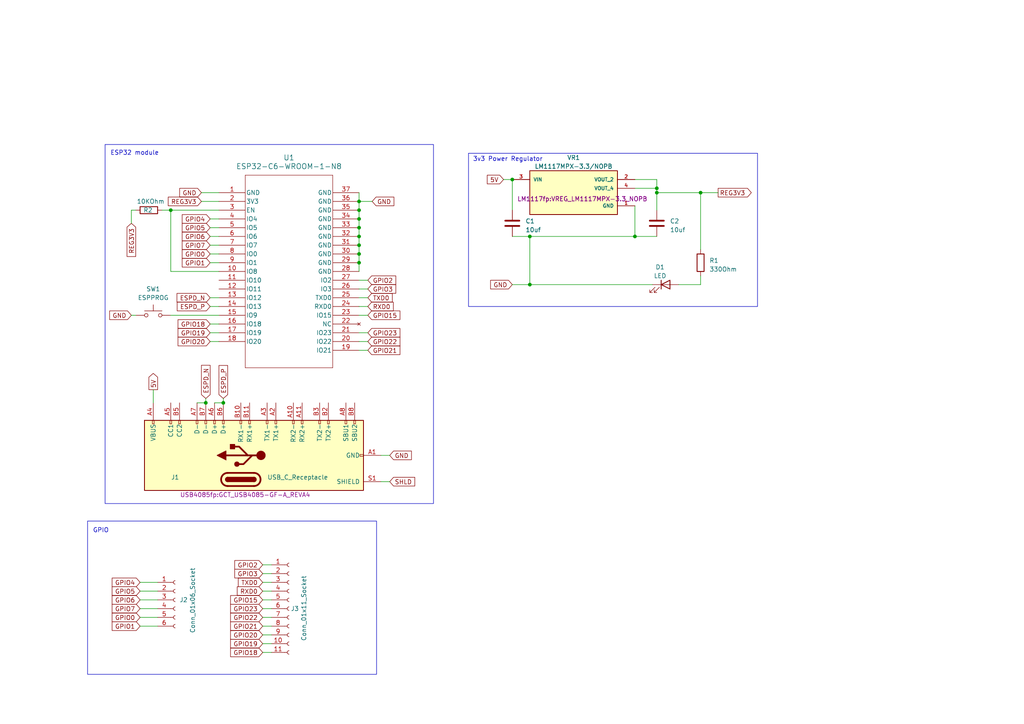
<source format=kicad_sch>
(kicad_sch (version 20231120) (generator "eeschema") (generator_version "8.0")
  (paper "A4")
  (lib_symbols
    (symbol "2024-03-17_01-27-18:ESP32-C6-WROOM-1-N8" (pin_names (offset 0.254))
      (property "Reference" "U" (at 20.32 10.16 0))
      (property "Value" "ESP32-C6-WROOM-1-N8" (at 20.32 7.62 0))
      (symbol "ESP32-C6-WROOM-1-N8_0_1"
        (polyline (pts (xy 7.62 -50.8) (xy 33.02 -50.8)) (stroke (width 0.127)))
        (polyline (pts (xy 7.62 5.08) (xy 7.62 -50.8)) (stroke (width 0.127)))
        (polyline (pts (xy 33.02 -50.8) (xy 33.02 5.08)) (stroke (width 0.127)))
        (polyline (pts (xy 33.02 5.08) (xy 7.62 5.08)) (stroke (width 0.127)))
        (pin power_out line (at 0 0 0) (length 7.62) (name "GND") (number "1"))
        (pin bidirectional line (at 0 -22.86 0) (length 7.62) (name "IO8") (number "10"))
        (pin bidirectional line (at 0 -25.4 0) (length 7.62) (name "IO10") (number "11"))
        (pin bidirectional line (at 0 -27.94 0) (length 7.62) (name "IO11") (number "12"))
        (pin bidirectional line (at 0 -30.48 0) (length 7.62) (name "IO12") (number "13"))
        (pin bidirectional line (at 0 -33.02 0) (length 7.62) (name "IO13") (number "14"))
        (pin bidirectional line (at 0 -35.56 0) (length 7.62) (name "IO9") (number "15"))
        (pin bidirectional line (at 0 -38.1 0) (length 7.62) (name "IO18") (number "16"))
        (pin bidirectional line (at 0 -40.64 0) (length 7.62) (name "IO19") (number "17"))
        (pin bidirectional line (at 0 -43.18 0) (length 7.62) (name "IO20") (number "18"))
        (pin bidirectional line (at 40.64 -45.72 180) (length 7.62) (name "IO21") (number "19"))
        (pin power_in line (at 0 -2.54 0) (length 7.62) (name "3V3") (number "2"))
        (pin bidirectional line (at 40.64 -43.18 180) (length 7.62) (name "IO22") (number "20"))
        (pin bidirectional line (at 40.64 -40.64 180) (length 7.62) (name "IO23") (number "21"))
        (pin no_connect line (at 40.64 -38.1 180) (length 7.62) (name "NC") (number "22"))
        (pin bidirectional line (at 40.64 -35.56 180) (length 7.62) (name "IO15") (number "23"))
        (pin bidirectional line (at 40.64 -33.02 180) (length 7.62) (name "RXD0") (number "24"))
        (pin bidirectional line (at 40.64 -30.48 180) (length 7.62) (name "TXD0") (number "25"))
        (pin bidirectional line (at 40.64 -27.94 180) (length 7.62) (name "IO3") (number "26"))
        (pin bidirectional line (at 40.64 -25.4 180) (length 7.62) (name "IO2") (number "27"))
        (pin power_out line (at 40.64 -22.86 180) (length 7.62) (name "GND") (number "28"))
        (pin power_out line (at 40.64 -20.32 180) (length 7.62) (name "GND") (number "29"))
        (pin input line (at 0 -5.08 0) (length 7.62) (name "EN") (number "3"))
        (pin power_out line (at 40.64 -17.78 180) (length 7.62) (name "GND") (number "30"))
        (pin power_out line (at 40.64 -15.24 180) (length 7.62) (name "GND") (number "31"))
        (pin power_out line (at 40.64 -12.7 180) (length 7.62) (name "GND") (number "32"))
        (pin power_out line (at 40.64 -10.16 180) (length 7.62) (name "GND") (number "33"))
        (pin power_out line (at 40.64 -7.62 180) (length 7.62) (name "GND") (number "34"))
        (pin power_out line (at 40.64 -5.08 180) (length 7.62) (name "GND") (number "35"))
        (pin power_out line (at 40.64 -2.54 180) (length 7.62) (name "GND") (number "36"))
        (pin power_out line (at 40.64 0 180) (length 7.62) (name "GND") (number "37"))
        (pin bidirectional line (at 0 -7.62 0) (length 7.62) (name "IO4") (number "4"))
        (pin bidirectional line (at 0 -10.16 0) (length 7.62) (name "IO5") (number "5"))
        (pin bidirectional line (at 0 -12.7 0) (length 7.62) (name "IO6") (number "6"))
        (pin bidirectional line (at 0 -15.24 0) (length 7.62) (name "IO7") (number "7"))
        (pin bidirectional line (at 0 -17.78 0) (length 7.62) (name "IO0") (number "8"))
        (pin bidirectional line (at 0 -20.32 0) (length 7.62) (name "IO1") (number "9"))
      )
    )
    (symbol "Connector:Conn_01x06_Socket" (pin_names (offset 1.016) hide)
      (property "Reference" "J" (at 0 7.62 0))
      (property "Value" "Conn_01x06_Socket" (at 0 -10.16 0))
      (symbol "Conn_01x06_Socket_1_1"
        (arc (start 0 -7.112) (mid -0.5058 -7.62) (end 0 -8.128) (stroke (width 0.1524)))
        (arc (start 0 -4.572) (mid -0.5058 -5.08) (end 0 -5.588) (stroke (width 0.1524)))
        (arc (start 0 -2.032) (mid -0.5058 -2.54) (end 0 -3.048) (stroke (width 0.1524)))
        (polyline (pts (xy -1.27 -7.62) (xy -0.508 -7.62)) (stroke (width 0.1524)))
        (polyline (pts (xy -1.27 -5.08) (xy -0.508 -5.08)) (stroke (width 0.1524)))
        (polyline (pts (xy -1.27 -2.54) (xy -0.508 -2.54)) (stroke (width 0.1524)))
        (polyline (pts (xy -1.27 0) (xy -0.508 0)) (stroke (width 0.1524)))
        (polyline (pts (xy -1.27 2.54) (xy -0.508 2.54)) (stroke (width 0.1524)))
        (polyline (pts (xy -1.27 5.08) (xy -0.508 5.08)) (stroke (width 0.1524)))
        (arc (start 0 0.508) (mid -0.5058 0) (end 0 -0.508) (stroke (width 0.1524)))
        (arc (start 0 3.048) (mid -0.5058 2.54) (end 0 2.032) (stroke (width 0.1524)))
        (arc (start 0 5.588) (mid -0.5058 5.08) (end 0 4.572) (stroke (width 0.1524)))
        (pin passive line (at -5.08 5.08 0) (length 3.81) (name "Pin_1") (number "1"))
        (pin passive line (at -5.08 2.54 0) (length 3.81) (name "Pin_2") (number "2"))
        (pin passive line (at -5.08 0 0) (length 3.81) (name "Pin_3") (number "3"))
        (pin passive line (at -5.08 -2.54 0) (length 3.81) (name "Pin_4") (number "4"))
        (pin passive line (at -5.08 -5.08 0) (length 3.81) (name "Pin_5") (number "5"))
        (pin passive line (at -5.08 -7.62 0) (length 3.81) (name "Pin_6") (number "6"))
      )
    )
    (symbol "Connector:Conn_01x11_Socket" (pin_names (offset 1.016) hide)
      (property "Reference" "J" (at 0 15.24 0))
      (property "Value" "Conn_01x11_Socket" (at 0 -15.24 0))
      (symbol "Conn_01x11_Socket_1_1"
        (arc (start 0 -12.192) (mid -0.5058 -12.7) (end 0 -13.208) (stroke (width 0.1524)))
        (arc (start 0 -9.652) (mid -0.5058 -10.16) (end 0 -10.668) (stroke (width 0.1524)))
        (arc (start 0 -7.112) (mid -0.5058 -7.62) (end 0 -8.128) (stroke (width 0.1524)))
        (arc (start 0 -4.572) (mid -0.5058 -5.08) (end 0 -5.588) (stroke (width 0.1524)))
        (arc (start 0 -2.032) (mid -0.5058 -2.54) (end 0 -3.048) (stroke (width 0.1524)))
        (polyline (pts (xy -1.27 -12.7) (xy -0.508 -12.7)) (stroke (width 0.1524)))
        (polyline (pts (xy -1.27 -10.16) (xy -0.508 -10.16)) (stroke (width 0.1524)))
        (polyline (pts (xy -1.27 -7.62) (xy -0.508 -7.62)) (stroke (width 0.1524)))
        (polyline (pts (xy -1.27 -5.08) (xy -0.508 -5.08)) (stroke (width 0.1524)))
        (polyline (pts (xy -1.27 -2.54) (xy -0.508 -2.54)) (stroke (width 0.1524)))
        (polyline (pts (xy -1.27 0) (xy -0.508 0)) (stroke (width 0.1524)))
        (polyline (pts (xy -1.27 2.54) (xy -0.508 2.54)) (stroke (width 0.1524)))
        (polyline (pts (xy -1.27 5.08) (xy -0.508 5.08)) (stroke (width 0.1524)))
        (polyline (pts (xy -1.27 7.62) (xy -0.508 7.62)) (stroke (width 0.1524)))
        (polyline (pts (xy -1.27 10.16) (xy -0.508 10.16)) (stroke (width 0.1524)))
        (polyline (pts (xy -1.27 12.7) (xy -0.508 12.7)) (stroke (width 0.1524)))
        (arc (start 0 0.508) (mid -0.5058 0) (end 0 -0.508) (stroke (width 0.1524)))
        (arc (start 0 3.048) (mid -0.5058 2.54) (end 0 2.032) (stroke (width 0.1524)))
        (arc (start 0 5.588) (mid -0.5058 5.08) (end 0 4.572) (stroke (width 0.1524)))
        (arc (start 0 8.128) (mid -0.5058 7.62) (end 0 7.112) (stroke (width 0.1524)))
        (arc (start 0 10.668) (mid -0.5058 10.16) (end 0 9.652) (stroke (width 0.1524)))
        (arc (start 0 13.208) (mid -0.5058 12.7) (end 0 12.192) (stroke (width 0.1524)))
        (pin passive line (at -5.08 12.7 0) (length 3.81) (name "Pin_1") (number "1"))
        (pin passive line (at -5.08 -10.16 0) (length 3.81) (name "Pin_10") (number "10"))
        (pin passive line (at -5.08 -12.7 0) (length 3.81) (name "Pin_11") (number "11"))
        (pin passive line (at -5.08 10.16 0) (length 3.81) (name "Pin_2") (number "2"))
        (pin passive line (at -5.08 7.62 0) (length 3.81) (name "Pin_3") (number "3"))
        (pin passive line (at -5.08 5.08 0) (length 3.81) (name "Pin_4") (number "4"))
        (pin passive line (at -5.08 2.54 0) (length 3.81) (name "Pin_5") (number "5"))
        (pin passive line (at -5.08 0 0) (length 3.81) (name "Pin_6") (number "6"))
        (pin passive line (at -5.08 -2.54 0) (length 3.81) (name "Pin_7") (number "7"))
        (pin passive line (at -5.08 -5.08 0) (length 3.81) (name "Pin_8") (number "8"))
        (pin passive line (at -5.08 -7.62 0) (length 3.81) (name "Pin_9") (number "9"))
      )
    )
    (symbol "Connector:USB_C_Receptacle" (pin_names (offset 1.016))
      (property "Reference" "J" (at -10.16 29.21 0))
      (property "Value" "USB_C_Receptacle" (at 10.16 29.21 0))
      (symbol "USB_C_Receptacle_0_0"
        (rectangle (start -0.254 -35.56) (end 0.254 -34.544))
        (rectangle (start 10.16 -32.766) (end 9.144 -33.274))
        (rectangle (start 10.16 -30.226) (end 9.144 -30.734))
        (rectangle (start 10.16 -25.146) (end 9.144 -25.654))
        (rectangle (start 10.16 -22.606) (end 9.144 -23.114))
        (rectangle (start 10.16 -17.526) (end 9.144 -18.034))
        (rectangle (start 10.16 -14.986) (end 9.144 -15.494))
        (rectangle (start 10.16 -9.906) (end 9.144 -10.414))
        (rectangle (start 10.16 -7.366) (end 9.144 -7.874))
        (rectangle (start 10.16 -2.286) (end 9.144 -2.794))
        (rectangle (start 10.16 0.254) (end 9.144 -0.254))
        (rectangle (start 10.16 5.334) (end 9.144 4.826))
        (rectangle (start 10.16 7.874) (end 9.144 7.366))
        (rectangle (start 10.16 10.414) (end 9.144 9.906))
        (rectangle (start 10.16 12.954) (end 9.144 12.446))
        (rectangle (start 10.16 18.034) (end 9.144 17.526))
        (rectangle (start 10.16 20.574) (end 9.144 20.066))
        (rectangle (start 10.16 25.654) (end 9.144 25.146))
      )
      (symbol "USB_C_Receptacle_0_1"
        (rectangle (start -10.16 27.94) (end 10.16 -35.56) (stroke (width 0.254)) (fill (type background)))
        (arc (start -8.89 -3.81) (mid -6.985 -5.7067) (end -5.08 -3.81) (stroke (width 0.508)))
        (arc (start -7.62 -3.81) (mid -6.985 -4.4423) (end -6.35 -3.81) (stroke (width 0.254)))
        (arc (start -7.62 -3.81) (mid -6.985 -4.4423) (end -6.35 -3.81) (stroke (width 0.254)) (fill (type outline)))
        (rectangle (start -7.62 -3.81) (end -6.35 3.81) (stroke (width 0.254)) (fill (type outline)))
        (arc (start -6.35 3.81) (mid -6.985 4.4423) (end -7.62 3.81) (stroke (width 0.254)))
        (arc (start -6.35 3.81) (mid -6.985 4.4423) (end -7.62 3.81) (stroke (width 0.254)) (fill (type outline)))
        (arc (start -5.08 3.81) (mid -6.985 5.7067) (end -8.89 3.81) (stroke (width 0.508)))
        (polyline (pts (xy -8.89 -3.81) (xy -8.89 3.81)) (stroke (width 0.508)))
        (polyline (pts (xy -5.08 3.81) (xy -5.08 -3.81)) (stroke (width 0.508)))
      )
      (symbol "USB_C_Receptacle_1_1"
        (circle (center -2.54 1.143) (radius 0.635) (stroke (width 0.254)) (fill (type outline)))
        (circle (center 0 -5.842) (radius 1.27) (fill (type outline)))
        (polyline (pts (xy 0 -5.842) (xy 0 4.318)) (stroke (width 0.508)))
        (polyline (pts (xy 0 -3.302) (xy -2.54 -0.762) (xy -2.54 0.508)) (stroke (width 0.508)))
        (polyline (pts (xy 0 -2.032) (xy 2.54 0.508) (xy 2.54 1.778)) (stroke (width 0.508)))
        (polyline (pts (xy -1.27 4.318) (xy 0 6.858) (xy 1.27 4.318) (xy -1.27 4.318)) (stroke (width 0.254)) (fill (type outline)))
        (rectangle (start 1.905 1.778) (end 3.175 3.048) (stroke (width 0.254)) (fill (type outline)))
        (pin passive line (at 0 -40.64 90) (length 5.08) (name "GND") (number "A1"))
        (pin bidirectional line (at 15.24 -15.24 180) (length 5.08) (name "RX2-") (number "A10"))
        (pin bidirectional line (at 15.24 -17.78 180) (length 5.08) (name "RX2+") (number "A11"))
        (pin passive line (at 0 -40.64 90) (length 5.08) hide (name "GND") (number "A12"))
        (pin bidirectional line (at 15.24 -10.16 180) (length 5.08) (name "TX1+") (number "A2"))
        (pin bidirectional line (at 15.24 -7.62 180) (length 5.08) (name "TX1-") (number "A3"))
        (pin passive line (at 15.24 25.4 180) (length 5.08) (name "VBUS") (number "A4"))
        (pin bidirectional line (at 15.24 20.32 180) (length 5.08) (name "CC1") (number "A5"))
        (pin bidirectional line (at 15.24 7.62 180) (length 5.08) (name "D+") (number "A6"))
        (pin bidirectional line (at 15.24 12.7 180) (length 5.08) (name "D-") (number "A7"))
        (pin bidirectional line (at 15.24 -30.48 180) (length 5.08) (name "SBU1") (number "A8"))
        (pin passive line (at 15.24 25.4 180) (length 5.08) hide (name "VBUS") (number "A9"))
        (pin passive line (at 0 -40.64 90) (length 5.08) hide (name "GND") (number "B1"))
        (pin bidirectional line (at 15.24 0 180) (length 5.08) (name "RX1-") (number "B10"))
        (pin bidirectional line (at 15.24 -2.54 180) (length 5.08) (name "RX1+") (number "B11"))
        (pin passive line (at 0 -40.64 90) (length 5.08) hide (name "GND") (number "B12"))
        (pin bidirectional line (at 15.24 -25.4 180) (length 5.08) (name "TX2+") (number "B2"))
        (pin bidirectional line (at 15.24 -22.86 180) (length 5.08) (name "TX2-") (number "B3"))
        (pin passive line (at 15.24 25.4 180) (length 5.08) hide (name "VBUS") (number "B4"))
        (pin bidirectional line (at 15.24 17.78 180) (length 5.08) (name "CC2") (number "B5"))
        (pin bidirectional line (at 15.24 5.08 180) (length 5.08) (name "D+") (number "B6"))
        (pin bidirectional line (at 15.24 10.16 180) (length 5.08) (name "D-") (number "B7"))
        (pin bidirectional line (at 15.24 -33.02 180) (length 5.08) (name "SBU2") (number "B8"))
        (pin passive line (at 15.24 25.4 180) (length 5.08) hide (name "VBUS") (number "B9"))
        (pin passive line (at -7.62 -40.64 90) (length 5.08) (name "SHIELD") (number "S1"))
      )
    )
    (symbol "Device:C" (pin_numbers hide) (pin_names (offset 0.254))
      (property "Reference" "C" (at 0.635 2.54 0))
      (property "Value" "C" (at 0.635 -2.54 0))
      (symbol "C_0_1"
        (polyline (pts (xy -2.032 -0.762) (xy 2.032 -0.762)) (stroke (width 0.508)))
        (polyline (pts (xy -2.032 0.762) (xy 2.032 0.762)) (stroke (width 0.508)))
      )
      (symbol "C_1_1"
        (pin passive line (at 0 3.81 270) (length 2.794) (name "~") (number "1"))
        (pin passive line (at 0 -3.81 90) (length 2.794) (name "~") (number "2"))
      )
    )
    (symbol "Device:LED" (pin_numbers hide) (pin_names (offset 1.016) hide)
      (property "Reference" "D" (at 0 2.54 0))
      (property "Value" "LED" (at 0 -2.54 0))
      (symbol "LED_0_1"
        (polyline (pts (xy -1.27 -1.27) (xy -1.27 1.27)) (stroke (width 0.254)))
        (polyline (pts (xy -1.27 0) (xy 1.27 0)))
        (polyline (pts (xy 1.27 -1.27) (xy 1.27 1.27) (xy -1.27 0) (xy 1.27 -1.27)) (stroke (width 0.254)))
        (polyline (pts (xy -3.048 -0.762) (xy -4.572 -2.286) (xy -3.81 -2.286) (xy -4.572 -2.286) (xy -4.572 -1.524)))
        (polyline (pts (xy -1.778 -0.762) (xy -3.302 -2.286) (xy -2.54 -2.286) (xy -3.302 -2.286) (xy -3.302 -1.524)))
      )
      (symbol "LED_1_1"
        (pin passive line (at -3.81 0 0) (length 2.54) (name "K") (number "1"))
        (pin passive line (at 3.81 0 180) (length 2.54) (name "A") (number "2"))
      )
    )
    (symbol "Device:R" (pin_numbers hide) (pin_names (offset 0))
      (property "Reference" "R" (at 2.032 0 90))
      (property "Value" "R" (at 0 0 90))
      (symbol "R_0_1"
        (rectangle (start -1.016 -2.54) (end 1.016 2.54) (stroke (width 0.254)))
      )
      (symbol "R_1_1"
        (pin passive line (at 0 3.81 270) (length 1.27) (name "~") (number "1"))
        (pin passive line (at 0 -3.81 90) (length 1.27) (name "~") (number "2"))
      )
    )
    (symbol "LM1117MPX-3.3_NOPB:LM1117MPX-3.3/NOPB" (pin_names (offset 1.016))
      (property "Reference" "VR" (at -12.7 6.08 0))
      (property "Value" "LM1117MPX-3.3{slash}NOPB" (at -12.7 -9.08 0))
      (symbol "LM1117MPX-3.3/NOPB_0_0"
        (rectangle (start -12.7 -7.62) (end 12.7 5.08) (stroke (width 0.254)) (fill (type background)))
        (pin power_in line (at 17.78 -5.08 180) (length 5.08) (name "GND") (number "1"))
        (pin output line (at 17.78 2.54 180) (length 5.08) (name "VOUT_2") (number "2"))
        (pin input line (at -17.78 2.54 0) (length 5.08) (name "VIN") (number "3"))
        (pin output line (at 17.78 0 180) (length 5.08) (name "VOUT_4") (number "4"))
      )
    )
    (symbol "Switch:SW_Push" (pin_numbers hide) (pin_names (offset 1.016) hide)
      (property "Reference" "SW" (at 1.27 2.54 0))
      (property "Value" "SW_Push" (at 0 -1.524 0))
      (symbol "SW_Push_0_1"
        (circle (center -2.032 0) (radius 0.508))
        (polyline (pts (xy 0 1.27) (xy 0 3.048)))
        (polyline (pts (xy 2.54 1.27) (xy -2.54 1.27)))
        (circle (center 2.032 0) (radius 0.508))
        (pin passive line (at -5.08 0 0) (length 2.54) (name "1") (number "1"))
        (pin passive line (at 5.08 0 180) (length 2.54) (name "2") (number "2"))
      )
    )
  )
  (junction (at 59.69 116.84))
  (junction (at 153.67 82.55))
  (junction (at 104.14 68.58))
  (junction (at 104.14 76.2))
  (junction (at 184.15 68.58))
  (junction (at 104.14 71.12))
  (junction (at 49.53 60.96))
  (junction (at 64.77 116.84))
  (junction (at 104.14 66.04))
  (junction (at 148.59 52.07))
  (junction (at 104.14 60.96))
  (junction (at 104.14 58.42))
  (junction (at 203.2 55.88))
  (junction (at 104.14 73.66))
  (junction (at 153.67 68.58))
  (junction (at 190.5 55.88))
  (junction (at 104.14 63.5))
  (junction (at 190.5 54.61))
  (wire (pts (xy 104.14 86.36) (xy 106.68 86.36)))
  (wire (pts (xy 60.96 66.04) (xy 63.5 66.04)))
  (wire (pts (xy 76.2 166.37) (xy 78.74 166.37)))
  (wire (pts (xy 104.14 96.52) (xy 106.68 96.52)))
  (wire (pts (xy 148.59 82.55) (xy 153.67 82.55)))
  (wire (pts (xy 104.14 101.6) (xy 106.68 101.6)))
  (wire (pts (xy 64.77 115.57) (xy 64.77 116.84)))
  (wire (pts (xy 146.05 52.07) (xy 148.59 52.07)))
  (wire (pts (xy 104.14 71.12) (xy 104.14 73.66)))
  (wire (pts (xy 40.64 179.07) (xy 45.72 179.07)))
  (wire (pts (xy 60.96 68.58) (xy 63.5 68.58)))
  (wire (pts (xy 38.1 91.44) (xy 39.37 91.44)))
  (wire (pts (xy 104.14 55.88) (xy 104.14 58.42)))
  (wire (pts (xy 76.2 179.07) (xy 78.74 179.07)))
  (wire (pts (xy 148.59 68.58) (xy 153.67 68.58)))
  (wire (pts (xy 153.67 68.58) (xy 153.67 82.55)))
  (wire (pts (xy 60.96 88.9) (xy 63.5 88.9)))
  (wire (pts (xy 57.15 116.84) (xy 59.69 116.84)))
  (wire (pts (xy 60.96 86.36) (xy 63.5 86.36)))
  (wire (pts (xy 40.64 171.45) (xy 45.72 171.45)))
  (wire (pts (xy 76.2 184.15) (xy 78.74 184.15)))
  (wire (pts (xy 110.49 139.7) (xy 113.03 139.7)))
  (wire (pts (xy 38.1 60.96) (xy 38.1 64.77)))
  (wire (pts (xy 76.2 181.61) (xy 78.74 181.61)))
  (wire (pts (xy 63.5 78.74) (xy 49.53 78.74)))
  (wire (pts (xy 49.53 60.96) (xy 63.5 60.96)))
  (wire (pts (xy 46.99 60.96) (xy 49.53 60.96)))
  (wire (pts (xy 104.14 66.04) (xy 104.14 68.58)))
  (wire (pts (xy 58.42 58.42) (xy 63.5 58.42)))
  (wire (pts (xy 104.14 63.5) (xy 104.14 66.04)))
  (wire (pts (xy 59.69 115.57) (xy 59.69 116.84)))
  (wire (pts (xy 44.45 113.03) (xy 44.45 116.84)))
  (wire (pts (xy 49.53 91.44) (xy 63.5 91.44)))
  (wire (pts (xy 203.2 82.55) (xy 203.2 80.01)))
  (wire (pts (xy 38.1 60.96) (xy 39.37 60.96)))
  (wire (pts (xy 104.14 68.58) (xy 104.14 71.12)))
  (wire (pts (xy 60.96 76.2) (xy 63.5 76.2)))
  (wire (pts (xy 104.14 73.66) (xy 104.14 76.2)))
  (wire (pts (xy 104.14 81.28) (xy 106.68 81.28)))
  (wire (pts (xy 76.2 189.23) (xy 78.74 189.23)))
  (wire (pts (xy 203.2 55.88) (xy 203.2 72.39)))
  (wire (pts (xy 190.5 55.88) (xy 203.2 55.88)))
  (wire (pts (xy 40.64 181.61) (xy 45.72 181.61)))
  (wire (pts (xy 190.5 54.61) (xy 190.5 55.88)))
  (wire (pts (xy 104.14 91.44) (xy 106.68 91.44)))
  (wire (pts (xy 76.2 163.83) (xy 78.74 163.83)))
  (wire (pts (xy 110.49 132.08) (xy 113.03 132.08)))
  (wire (pts (xy 60.96 93.98) (xy 63.5 93.98)))
  (wire (pts (xy 60.96 73.66) (xy 63.5 73.66)))
  (wire (pts (xy 104.14 76.2) (xy 104.14 78.74)))
  (wire (pts (xy 184.15 59.69) (xy 184.15 68.58)))
  (wire (pts (xy 148.59 52.07) (xy 148.59 60.96)))
  (wire (pts (xy 76.2 186.69) (xy 78.74 186.69)))
  (wire (pts (xy 58.42 55.88) (xy 63.5 55.88)))
  (wire (pts (xy 184.15 52.07) (xy 190.5 52.07)))
  (wire (pts (xy 76.2 168.91) (xy 78.74 168.91)))
  (wire (pts (xy 40.64 173.99) (xy 45.72 173.99)))
  (wire (pts (xy 104.14 88.9) (xy 106.68 88.9)))
  (wire (pts (xy 104.14 99.06) (xy 106.68 99.06)))
  (wire (pts (xy 60.96 96.52) (xy 63.5 96.52)))
  (wire (pts (xy 184.15 68.58) (xy 190.5 68.58)))
  (wire (pts (xy 184.15 54.61) (xy 190.5 54.61)))
  (wire (pts (xy 76.2 176.53) (xy 78.74 176.53)))
  (wire (pts (xy 153.67 82.55) (xy 189.23 82.55)))
  (wire (pts (xy 60.96 63.5) (xy 63.5 63.5)))
  (wire (pts (xy 203.2 55.88) (xy 208.28 55.88)))
  (wire (pts (xy 40.64 168.91) (xy 45.72 168.91)))
  (wire (pts (xy 104.14 58.42) (xy 107.95 58.42)))
  (wire (pts (xy 49.53 60.96) (xy 49.53 78.74)))
  (wire (pts (xy 40.64 176.53) (xy 45.72 176.53)))
  (wire (pts (xy 190.5 52.07) (xy 190.5 54.61)))
  (wire (pts (xy 60.96 99.06) (xy 63.5 99.06)))
  (wire (pts (xy 76.2 171.45) (xy 78.74 171.45)))
  (wire (pts (xy 190.5 55.88) (xy 190.5 60.96)))
  (wire (pts (xy 196.85 82.55) (xy 203.2 82.55)))
  (wire (pts (xy 104.14 60.96) (xy 104.14 63.5)))
  (wire (pts (xy 62.23 116.84) (xy 64.77 116.84)))
  (wire (pts (xy 76.2 173.99) (xy 78.74 173.99)))
  (wire (pts (xy 153.67 68.58) (xy 184.15 68.58)))
  (wire (pts (xy 104.14 58.42) (xy 104.14 60.96)))
  (wire (pts (xy 60.96 71.12) (xy 63.5 71.12)))
  (wire (pts (xy 104.14 83.82) (xy 106.68 83.82)))
  (rectangle (start 135.89 44.45) (end 219.71 88.9))
  (rectangle (start 25.4 151.13) (end 109.22 195.58))
  (rectangle (start 30.48 41.91) (end 125.73 146.05))
  (text "3v3 Power Regulator" (at 137.16 46.99 0) (effects (font (size 1.27 1.27)) (justify left bottom)))
  (text "GPIO" (at 26.924 154.686 0) (effects (font (size 1.27 1.27)) (justify left bottom)))
  (text "ESP32 module" (at 32.004 45.212 0) (effects (font (size 1.27 1.27)) (justify left bottom)))
  (global_label "GPIO23" (shape input) (at 106.68 96.52 0) (property "Intersheetrefs" "${INTERSHEET_REFS}" (effects (hide yes))))
  (global_label "GPIO23" (shape input) (at 76.2 176.53 180) (property "Intersheetrefs" "${INTERSHEET_REFS}" (effects (hide yes))))
  (global_label "GPIO22" (shape input) (at 76.2 179.07 180) (property "Intersheetrefs" "${INTERSHEET_REFS}" (effects (hide yes))))
  (global_label "GPIO0" (shape input) (at 60.96 73.66 180) (property "Intersheetrefs" "${INTERSHEET_REFS}" (effects (hide yes))))
  (global_label "REG3V3" (shape input) (at 58.42 58.42 180) (property "Intersheetrefs" "${INTERSHEET_REFS}" (effects (hide yes))))
  (global_label "TXD0" (shape input) (at 106.68 86.36 0) (property "Intersheetrefs" "${INTERSHEET_REFS}" (effects (hide yes))))
  (global_label "GPIO4" (shape input) (at 40.64 168.91 180) (property "Intersheetrefs" "${INTERSHEET_REFS}" (effects (hide yes))))
  (global_label "GPIO18" (shape input) (at 76.2 189.23 180) (property "Intersheetrefs" "${INTERSHEET_REFS}" (effects (hide yes))))
  (global_label "GPIO21" (shape input) (at 106.68 101.6 0) (property "Intersheetrefs" "${INTERSHEET_REFS}" (effects (hide yes))))
  (global_label "GPIO5" (shape input) (at 60.96 66.04 180) (property "Intersheetrefs" "${INTERSHEET_REFS}" (effects (hide yes))))
  (global_label "REG3V3" (shape input) (at 38.1 64.77 270) (property "Intersheetrefs" "${INTERSHEET_REFS}" (effects (hide yes))))
  (global_label "GPIO22" (shape input) (at 106.68 99.06 0) (property "Intersheetrefs" "${INTERSHEET_REFS}" (effects (hide yes))))
  (global_label "GPIO15" (shape input) (at 76.2 173.99 180) (property "Intersheetrefs" "${INTERSHEET_REFS}" (effects (hide yes))))
  (global_label "REG3V3" (shape output) (at 208.28 55.88 0) (property "Intersheetrefs" "${INTERSHEET_REFS}" (effects (hide yes))))
  (global_label "GPIO19" (shape input) (at 76.2 186.69 180) (property "Intersheetrefs" "${INTERSHEET_REFS}" (effects (hide yes))))
  (global_label "GPIO19" (shape input) (at 60.96 96.52 180) (property "Intersheetrefs" "${INTERSHEET_REFS}" (effects (hide yes))))
  (global_label "GND" (shape input) (at 113.03 132.08 0) (property "Intersheetrefs" "${INTERSHEET_REFS}" (effects (hide yes))))
  (global_label "GPIO7" (shape input) (at 40.64 176.53 180) (property "Intersheetrefs" "${INTERSHEET_REFS}" (effects (hide yes))))
  (global_label "GPIO1" (shape input) (at 60.96 76.2 180) (property "Intersheetrefs" "${INTERSHEET_REFS}" (effects (hide yes))))
  (global_label "GPIO21" (shape input) (at 76.2 181.61 180) (property "Intersheetrefs" "${INTERSHEET_REFS}" (effects (hide yes))))
  (global_label "GPIO2" (shape input) (at 76.2 163.83 180) (property "Intersheetrefs" "${INTERSHEET_REFS}" (effects (hide yes))))
  (global_label "GPIO3" (shape input) (at 106.68 83.82 0) (property "Intersheetrefs" "${INTERSHEET_REFS}" (effects (hide yes))))
  (global_label "GPIO6" (shape input) (at 60.96 68.58 180) (property "Intersheetrefs" "${INTERSHEET_REFS}" (effects (hide yes))))
  (global_label "RXD0" (shape input) (at 76.2 171.45 180) (property "Intersheetrefs" "${INTERSHEET_REFS}" (effects (hide yes))))
  (global_label "ESPD_P" (shape input) (at 64.77 115.57 90) (property "Intersheetrefs" "${INTERSHEET_REFS}" (effects (hide yes))))
  (global_label "TXD0" (shape input) (at 76.2 168.91 180) (property "Intersheetrefs" "${INTERSHEET_REFS}" (effects (hide yes))))
  (global_label "RXD0" (shape input) (at 106.68 88.9 0) (property "Intersheetrefs" "${INTERSHEET_REFS}" (effects (hide yes))))
  (global_label "GND" (shape input) (at 38.1 91.44 180) (property "Intersheetrefs" "${INTERSHEET_REFS}" (effects (hide yes))))
  (global_label "GPIO2" (shape input) (at 106.68 81.28 0) (property "Intersheetrefs" "${INTERSHEET_REFS}" (effects (hide yes))))
  (global_label "GPIO20" (shape input) (at 76.2 184.15 180) (property "Intersheetrefs" "${INTERSHEET_REFS}" (effects (hide yes))))
  (global_label "GPIO18" (shape input) (at 60.96 93.98 180) (property "Intersheetrefs" "${INTERSHEET_REFS}" (effects (hide yes))))
  (global_label "GPIO4" (shape input) (at 60.96 63.5 180) (property "Intersheetrefs" "${INTERSHEET_REFS}" (effects (hide yes))))
  (global_label "5V" (shape output) (at 44.45 113.03 90) (property "Intersheetrefs" "${INTERSHEET_REFS}" (effects (hide yes))))
  (global_label "GPIO20" (shape input) (at 60.96 99.06 180) (property "Intersheetrefs" "${INTERSHEET_REFS}" (effects (hide yes))))
  (global_label "GPIO3" (shape input) (at 76.2 166.37 180) (property "Intersheetrefs" "${INTERSHEET_REFS}" (effects (hide yes))))
  (global_label "ESPD_N" (shape input) (at 59.69 115.57 90) (property "Intersheetrefs" "${INTERSHEET_REFS}" (effects (hide yes))))
  (global_label "ESPD_P" (shape input) (at 60.96 88.9 180) (property "Intersheetrefs" "${INTERSHEET_REFS}" (effects (hide yes))))
  (global_label "ESPD_N" (shape input) (at 60.96 86.36 180) (property "Intersheetrefs" "${INTERSHEET_REFS}" (effects (hide yes))))
  (global_label "GPIO15" (shape input) (at 106.68 91.44 0) (property "Intersheetrefs" "${INTERSHEET_REFS}" (effects (hide yes))))
  (global_label "5V" (shape input) (at 146.05 52.07 180) (property "Intersheetrefs" "${INTERSHEET_REFS}" (effects (hide yes))))
  (global_label "SHLD" (shape input) (at 113.03 139.7 0) (property "Intersheetrefs" "${INTERSHEET_REFS}" (effects (hide yes))))
  (global_label "GND" (shape input) (at 107.95 58.42 0) (property "Intersheetrefs" "${INTERSHEET_REFS}" (effects (hide yes))))
  (global_label "GND" (shape input) (at 58.42 55.88 180) (property "Intersheetrefs" "${INTERSHEET_REFS}" (effects (hide yes))))
  (global_label "GPIO5" (shape input) (at 40.64 171.45 180) (property "Intersheetrefs" "${INTERSHEET_REFS}" (effects (hide yes))))
  (global_label "GPIO1" (shape input) (at 40.64 181.61 180) (property "Intersheetrefs" "${INTERSHEET_REFS}" (effects (hide yes))))
  (global_label "GPIO6" (shape input) (at 40.64 173.99 180) (property "Intersheetrefs" "${INTERSHEET_REFS}" (effects (hide yes))))
  (global_label "GPIO7" (shape input) (at 60.96 71.12 180) (property "Intersheetrefs" "${INTERSHEET_REFS}" (effects (hide yes))))
  (global_label "GPIO0" (shape input) (at 40.64 179.07 180) (property "Intersheetrefs" "${INTERSHEET_REFS}" (effects (hide yes))))
  (global_label "GND" (shape input) (at 148.59 82.55 180) (property "Intersheetrefs" "${INTERSHEET_REFS}" (effects (hide yes))))
  (symbol (lib_id "Device:C") (at 190.5 64.77 0) (unit 1)
    (property "Reference" "C2" (at 194.31 64.135 0) (effects (justify left)))
    (property "Value" "10uf" (at 194.31 66.675 0) (effects (justify left)))
    (property "Footprint" "Capacitor_SMD:C_0805_2012Metric_Pad1.18x1.45mm_HandSolder" (effects (hide yes)))
  )
  (symbol (lib_id "LM1117MPX-3.3_NOPB:LM1117MPX-3.3/NOPB") (at 166.37 54.61 0) (unit 1)
    (property "Reference" "VR1" (at 166.37 45.72 0))
    (property "Value" "LM1117MPX-3.3/NOPB" (at 166.37 48.26 0))
    (property "Footprint" "LM1117fp:VREG_LM1117MPX-3.3_NOPB" (at 168.91 58.42 0) (effects (justify bottom)))
    (property "PARTREV" "O" (effects (hide yes)))
    (property "STANDARD" "Manufacturer Recommendation" (effects (hide yes)))
    (property "MAXIMUM_PACKAGE_HEIGHT" "1.80 mm" (effects (hide yes)))
    (property "MANUFACTURER" "Texas Instruments" (effects (hide yes)))
  )
  (symbol (lib_id "Device:LED") (at 193.04 82.55 0) (unit 1)
    (property "Reference" "D1" (at 191.4525 77.47 0))
    (property "Value" "LED" (at 191.4525 80.01 0))
    (property "Footprint" "LED_SMD:LED_1206_3216Metric_Pad1.42x1.75mm_HandSolder" (effects (hide yes)))
  )
  (symbol (lib_id "Device:C") (at 148.59 64.77 0) (unit 1)
    (property "Reference" "C1" (at 152.4 64.135 0) (effects (justify left)))
    (property "Value" "10uf" (at 152.4 66.675 0) (effects (justify left)))
    (property "Footprint" "Capacitor_SMD:C_0805_2012Metric_Pad1.18x1.45mm_HandSolder" (effects (hide yes)))
  )
  (symbol (lib_id "Connector:USB_C_Receptacle") (at 69.85 132.08 90) (unit 1)
    (property "Reference" "J1" (at 50.8 138.43 90))
    (property "Value" "USB_C_Receptacle" (at 86.36 138.43 90))
    (property "Footprint" "USB4085fp:GCT_USB4085-GF-A_REVA4" (at 71.12 143.51 90))
    (property "Datasheet" "https://www.usb.org/sites/default/files/documents/usb_type-c.zip" (effects (hide yes)))
  )
  (symbol (lib_id "2024-03-17_01-27-18:ESP32-C6-WROOM-1-N8") (at 63.5 55.88 0) (unit 1)
    (property "Reference" "U1" (at 83.82 45.72 0) (effects (font (size 1.524 1.524))))
    (property "Value" "ESP32-C6-WROOM-1-N8" (at 83.82 48.26 0) (effects (font (size 1.524 1.524))))
    (property "Footprint" "esp32c6wroomfp:MOD28_ESP32-C6-WROOM-1_EXP" (effects (hide yes)))
    (property "Datasheet" "ESP32-C6-WROOM-1-N8" (effects (hide yes)))
  )
  (symbol (lib_id "Switch:SW_Push") (at 44.45 91.44 0) (unit 1)
    (property "Reference" "SW1" (at 44.45 83.82 0))
    (property "Value" "ESPPROG" (at 44.45 86.36 0))
    (property "Footprint" "Button_Switch_SMD:SW_Tactile_SPST_NO_Straight_CK_PTS636Sx25SMTRLFS" (effects (hide yes)))
    (property "Description" "Push button switch, generic, two pins" (effects (hide yes)))
  )
  (symbol (lib_id "Device:R") (at 203.2 76.2 0) (unit 1)
    (property "Reference" "R1" (at 205.74 75.565 0) (effects (justify left)))
    (property "Value" "330Ohm" (at 205.74 78.105 0) (effects (justify left)))
    (property "Footprint" "Resistor_SMD:R_0603_1608Metric_Pad0.98x0.95mm_HandSolder" (effects (hide yes)))
  )
  (symbol (lib_id "Connector:Conn_01x11_Socket") (at 83.82 176.53 0) (unit 1)
    (property "Reference" "J3" (at 84.328 176.53 0) (effects (justify left)))
    (property "Value" "Conn_01x11_Socket" (at 88.138 185.928 90) (effects (justify left)))
    (property "Footprint" "Connector_PinHeader_2.54mm:PinHeader_1x11_P2.54mm_Vertical" (effects (hide yes)))
    (property "Description" "Generic connector, single row, 01x11, script generated" (effects (hide yes)))
  )
  (symbol (lib_id "Device:R") (at 43.18 60.96 270) (unit 1)
    (property "Reference" "R2" (at 42.926 60.96 90))
    (property "Value" "10KOhm" (at 43.688 58.42 90))
    (property "Footprint" "Resistor_SMD:R_0603_1608Metric_Pad0.98x0.95mm_HandSolder" (effects (hide yes)))
  )
  (symbol (lib_id "Connector:Conn_01x06_Socket") (at 50.8 173.99 0) (unit 1)
    (property "Reference" "J2" (at 52.07 173.9899 0) (effects (justify left)))
    (property "Value" "Conn_01x06_Socket" (at 55.88 183.642 90) (effects (justify left)))
    (property "Footprint" "Connector_PinHeader_2.54mm:PinHeader_1x06_P2.54mm_Vertical" (effects (hide yes)))
    (property "Description" "Generic connector, single row, 01x06, script generated" (effects (hide yes)))
  )
)
</source>
